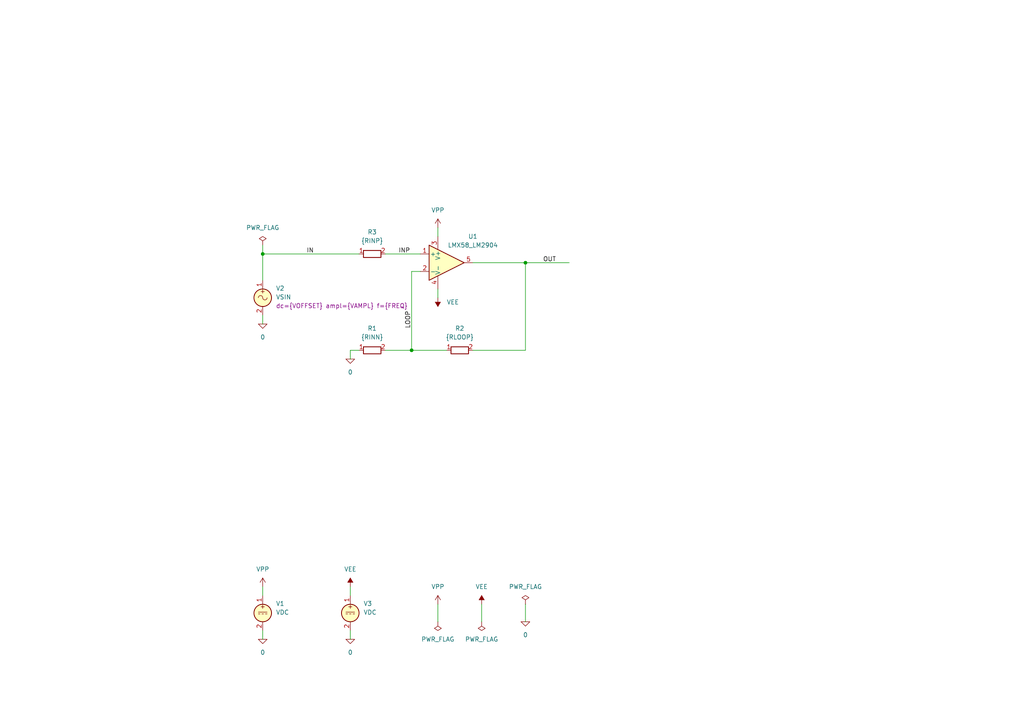
<source format=kicad_sch>
(kicad_sch (version 20211123) (generator eeschema)
  (paper "A4")
  (title_block (title "No-inverting operational amplifier") (date "2023-09-03") (rev "1") (company "astroelectronic@") (comment 1 "-") (comment 2 "-") (comment 3 "-") (comment 4 "AE01010358"))
  (lib_symbols
    (symbol "Device:R" (pin_names (offset 0) hide)
      (property "Reference" "R" (at 2.032 0 90))
      (property "Value" "R" (at 0 0 90))
      (symbol "R_0_1"
        (rectangle (start -1.016 -2.54) (end 1.016 2.54) (stroke (width 0.254)))
      )
      (symbol "R_1_1"
        (pin passive line (at 0 3.81 270) (length 1.27) (name "~") (number "1"))
        (pin passive line (at 0 -3.81 90) (length 1.27) (name "~") (number "2"))
      )
    )
    (symbol "LM358:LMX58_LM2904" (pin_names (offset 0.254))
      (property "Reference" "U" (at 3.81 3.175 0))
      (property "Value" "LMX58_LM2904" (at 3.81 -3.175 0))
      (symbol "LMX58_LM2904_0_1"
        (polyline (pts (xy 5.08 0) (xy -5.08 5.08) (xy -5.08 -5.08) (xy 5.08 0)) (stroke (width 0.254)) (fill (type background)))
      )
      (symbol "LMX58_LM2904_1_1"
        (pin passive line (at -7.62 2.54 0) (length 2.54) (name "+") (number "1"))
        (pin passive line (at -7.62 -2.54 0) (length 2.54) (name "-") (number "2"))
        (pin passive line (at -2.54 7.62 270) (length 3.81) (name "V+") (number "3"))
        (pin passive line (at -2.54 -7.62 90) (length 3.81) (name "V-") (number "4"))
        (pin passive line (at 7.62 0 180) (length 2.54) (name "~") (number "5"))
      )
    )
    (symbol "R_1" (pin_names (offset 0) hide)
      (property "Reference" "R" (at 2.032 0 90))
      (property "Value" "R_1" (at 0 0 90))
      (symbol "R_1_0_1"
        (rectangle (start -1.016 -2.54) (end 1.016 2.54) (stroke (width 0.254)))
      )
      (symbol "R_1_1_1"
        (pin passive line (at 0 3.81 270) (length 1.27) (name "~") (number "1"))
        (pin passive line (at 0 -3.81 90) (length 1.27) (name "~") (number "2"))
      )
    )
    (symbol "Simulation_SPICE:VDC" (pin_names (offset 0.0254) hide)
      (property "Reference" "V" (at 2.54 2.54 0))
      (property "Value" "VDC" (at 2.54 0 0))
      (property "Spice_Model" "dc(1)" (at 2.54 -2.54 0))
      (symbol "VDC_0_0"
        (polyline (pts (xy -1.27 0.254) (xy 1.27 0.254)))
        (polyline (pts (xy -0.762 -0.254) (xy -1.27 -0.254)))
        (polyline (pts (xy 0.254 -0.254) (xy -0.254 -0.254)))
        (polyline (pts (xy 1.27 -0.254) (xy 0.762 -0.254)))
        (text "+" (at 0 1.905 0) (effects (font (size 1.27 1.27))))
      )
      (symbol "VDC_0_1"
        (circle (center 0 0) (radius 2.54) (stroke (width 0.254)) (fill (type background)))
      )
      (symbol "VDC_1_1"
        (pin passive line (at 0 5.08 270) (length 2.54) (name "~") (number "1"))
        (pin passive line (at 0 -5.08 90) (length 2.54) (name "~") (number "2"))
      )
    )
    (symbol "Simulation_SPICE:VSIN" (pin_names (offset 0.0254) hide)
      (property "Reference" "V" (at 2.54 2.54 0))
      (property "Value" "VSIN" (at 2.54 0 0))
      (property "Spice_Model" "sin(0 1 1k)" (at 2.54 -2.54 0))
      (symbol "VSIN_0_0"
        (arc (start 0 0) (mid -0.635 0.635) (end -1.27 0))
        (arc (start 0 0) (mid 0.635 -0.635) (end 1.27 0))
        (text "+" (at 0 1.905 0) (effects (font (size 1.27 1.27))))
      )
      (symbol "VSIN_0_1"
        (circle (center 0 0) (radius 2.54) (stroke (width 0.254)) (fill (type background)))
      )
      (symbol "VSIN_1_1"
        (pin passive line (at 0 5.08 270) (length 2.54) (name "~") (number "1"))
        (pin passive line (at 0 -5.08 90) (length 2.54) (name "~") (number "2"))
      )
    )
    (symbol "VDC_1" (pin_names (offset 0.0254) hide)
      (property "Reference" "V" (at 2.54 2.54 0))
      (property "Value" "VDC_1" (at 2.54 0 0))
      (property "Spice_Model" "dc(1)" (at 2.54 -2.54 0))
      (symbol "VDC_1_0_0"
        (polyline (pts (xy -1.27 0.254) (xy 1.27 0.254)))
        (polyline (pts (xy -0.762 -0.254) (xy -1.27 -0.254)))
        (polyline (pts (xy 0.254 -0.254) (xy -0.254 -0.254)))
        (polyline (pts (xy 1.27 -0.254) (xy 0.762 -0.254)))
        (text "+" (at 0 1.905 0) (effects (font (size 1.27 1.27))))
      )
      (symbol "VDC_1_0_1"
        (circle (center 0 0) (radius 2.54) (stroke (width 0.254)) (fill (type background)))
      )
      (symbol "VDC_1_1_1"
        (pin passive line (at 0 5.08 270) (length 2.54) (name "~") (number "1"))
        (pin passive line (at 0 -5.08 90) (length 2.54) (name "~") (number "2"))
      )
    )
    (symbol "power:PWR_FLAG" (power) (pin_numbers hide) (pin_names (offset 0) hide)
      (property "Value" "PWR_FLAG" (at 0 3.81 0))
      (symbol "PWR_FLAG_0_0"
        (pin power_out line (at 0 0 90) (length 0) (name "pwr") (number "1"))
      )
      (symbol "PWR_FLAG_0_1"
        (polyline (pts (xy 0 0) (xy 0 1.27) (xy -1.016 1.905) (xy 0 2.54) (xy 1.016 1.905) (xy 0 1.27)))
      )
    )
    (symbol "power:VEE" (power) (pin_names (offset 0))
      (property "Value" "VEE" (at 0 3.81 0))
      (symbol "VEE_0_1"
        (polyline (pts (xy 0 0) (xy 0 2.54)))
        (polyline (pts (xy 0.762 1.27) (xy -0.762 1.27) (xy 0 2.54) (xy 0.762 1.27)) (fill (type outline)))
      )
      (symbol "VEE_1_1"
        (pin power_in line (at 0 0 90) (length 0) hide (name "VEE") (number "1"))
      )
    )
    (symbol "power:VPP" (power) (pin_names (offset 0))
      (property "Value" "VPP" (at 0 3.81 0))
      (symbol "VPP_0_1"
        (polyline (pts (xy -0.762 1.27) (xy 0 2.54)))
        (polyline (pts (xy 0 0) (xy 0 2.54)))
        (polyline (pts (xy 0 2.54) (xy 0.762 1.27)))
      )
      (symbol "VPP_1_1"
        (pin power_in line (at 0 0 90) (length 0) hide (name "VPP") (number "1"))
      )
    )
    (symbol "pspice:0" (power) (pin_names (offset 0))
      (property "Value" "0" (at 0 -1.778 0))
      (symbol "0_0_1"
        (polyline (pts (xy -1.27 0) (xy 0 -1.27) (xy 1.27 0) (xy -1.27 0)))
      )
      (symbol "0_1_1"
        (pin power_in line (at 0 0 0) (length 0) hide (name "0") (number "1"))
      )
    )
  )
  (junction (at 76.2 73.66))
  (junction (at 119.38 101.6))
  (junction (at 152.4 76.2))
  (wire (pts (xy 119.38 101.6) (xy 129.54 101.6)))
  (wire (pts (xy 139.7 175.26) (xy 139.7 180.34)))
  (wire (pts (xy 76.2 73.66) (xy 104.14 73.66)))
  (wire (pts (xy 111.76 73.66) (xy 121.92 73.66)))
  (wire (pts (xy 101.6 101.6) (xy 104.14 101.6)))
  (wire (pts (xy 137.16 101.6) (xy 152.4 101.6)))
  (wire (pts (xy 119.38 78.74) (xy 119.38 101.6)))
  (wire (pts (xy 127 66.04) (xy 127 68.58)))
  (wire (pts (xy 101.6 170.18) (xy 101.6 172.72)))
  (wire (pts (xy 76.2 170.18) (xy 76.2 172.72)))
  (wire (pts (xy 121.92 78.74) (xy 119.38 78.74)))
  (wire (pts (xy 101.6 182.88) (xy 101.6 185.42)))
  (wire (pts (xy 127 83.82) (xy 127 86.36)))
  (wire (pts (xy 152.4 76.2) (xy 137.16 76.2)))
  (wire (pts (xy 76.2 71.12) (xy 76.2 73.66)))
  (wire (pts (xy 152.4 175.26) (xy 152.4 180.34)))
  (wire (pts (xy 152.4 76.2) (xy 165.1 76.2)))
  (wire (pts (xy 111.76 101.6) (xy 119.38 101.6)))
  (wire (pts (xy 76.2 91.44) (xy 76.2 93.98)))
  (wire (pts (xy 76.2 182.88) (xy 76.2 185.42)))
  (wire (pts (xy 127 175.26) (xy 127 180.34)))
  (wire (pts (xy 152.4 101.6) (xy 152.4 76.2)))
  (wire (pts (xy 76.2 73.66) (xy 76.2 81.28)))
  (wire (pts (xy 101.6 101.6) (xy 101.6 104.14)))
  (label "LOOP" (at 119.38 95.25 90))
  (label "INP" (at 115.57 73.66 0))
  (label "OUT" (at 157.48 76.2 0))
  (label "IN" (at 88.9 73.66 0))
  (symbol (lib_id "Simulation_SPICE:VDC") (at 101.6 177.8 0) (unit 1)
    (property "Reference" "V3" (at 105.41 175.0701 0) (effects (justify left)))
    (property "Value" "VDC" (at 105.41 177.6101 0) (effects (justify left)))
    (property "Spice_Netlist_Enabled" "Y" (effects hide))
    (property "Spice_Primitive" "V" (effects hide))
    (property "Spice_Model" "{VNEG}" (at 105.41 180.1501 0) (effects (justify left)))
  )
  (symbol (lib_id "power:VPP") (at 76.2 170.18 0) (unit 1)
    (property "Reference" "#PWR01" (effects hide))
    (property "Value" "VPP" (at 76.2 165.1 0))
  )
  (symbol (lib_id "pspice:0") (at 152.4 180.34 0) (unit 1)
    (property "Reference" "#GND05" (effects hide))
    (property "Value" "0" (at 152.4 184.15 0))
  )
  (symbol (lib_id "power:PWR_FLAG") (at 76.2 71.12 0) (unit 1)
    (property "Reference" "#FLG01" (effects hide))
    (property "Value" "PWR_FLAG" (at 76.2 66.04 0))
  )
  (symbol (lib_id "Device:R") (at 133.35 101.6 90) (unit 1)
    (property "Reference" "R2" (at 133.35 95.25 90))
    (property "Value" "{RLOOP}" (at 133.35 97.79 90))
  )
  (symbol (lib_id "Device:R") (at 107.95 73.66 90) (unit 1)
    (property "Reference" "R3" (at 107.95 67.31 90))
    (property "Value" "{RINP}" (at 107.95 69.85 90))
  )
  (symbol (lib_id "power:PWR_FLAG") (at 139.7 180.34 180) (unit 1)
    (property "Reference" "#FLG03" (effects hide))
    (property "Value" "PWR_FLAG" (at 139.7 185.42 0))
  )
  (symbol (lib_id "power:PWR_FLAG") (at 127 180.34 180) (unit 1)
    (property "Reference" "#FLG02" (effects hide))
    (property "Value" "PWR_FLAG" (at 127 185.42 0))
  )
  (symbol (lib_id "power:VEE") (at 139.7 175.26 0) (unit 1)
    (property "Reference" "#PWR06" (effects hide))
    (property "Value" "VEE" (at 139.7 170.18 0))
  )
  (symbol (lib_id "power:PWR_FLAG") (at 152.4 175.26 0) (unit 1)
    (property "Reference" "#FLG04" (effects hide))
    (property "Value" "PWR_FLAG" (at 152.4 170.18 0))
  )
  (symbol (lib_name "VDC_1") (lib_id "Simulation_SPICE:VDC") (at 76.2 177.8 0) (unit 1)
    (property "Reference" "V1" (at 80.01 175.0701 0) (effects (justify left)))
    (property "Value" "VDC" (at 80.01 177.6101 0) (effects (justify left)))
    (property "Spice_Netlist_Enabled" "Y" (effects hide))
    (property "Spice_Primitive" "V" (effects hide))
    (property "Spice_Model" "{VPOS}" (at 80.01 180.1501 0) (effects (justify left)))
  )
  (symbol (lib_id "pspice:0") (at 76.2 185.42 0) (unit 1)
    (property "Reference" "#GND01" (effects hide))
    (property "Value" "0" (at 76.2 189.23 0))
  )
  (symbol (lib_name "R_1") (lib_id "Device:R") (at 107.95 101.6 90) (unit 1)
    (property "Reference" "R1" (at 107.95 95.25 90))
    (property "Value" "{RINN}" (at 107.95 97.79 90))
  )
  (symbol (lib_id "pspice:0") (at 101.6 185.42 0) (unit 1)
    (property "Reference" "#GND03" (effects hide))
    (property "Value" "0" (at 101.6 189.23 0))
  )
  (symbol (lib_id "power:VPP") (at 127 66.04 0) (unit 1)
    (property "Reference" "#PWR03" (effects hide))
    (property "Value" "VPP" (at 127 60.96 0))
  )
  (symbol (lib_id "pspice:0") (at 101.6 104.14 0) (unit 1)
    (property "Reference" "#GND04" (effects hide))
    (property "Value" "0" (at 101.6 107.95 0))
  )
  (symbol (lib_id "pspice:0") (at 76.2 93.98 0) (unit 1)
    (property "Reference" "#GND02" (effects hide))
    (property "Value" "0" (at 76.2 97.79 0))
  )
  (symbol (lib_id "power:VEE") (at 127 86.36 180) (unit 1)
    (property "Reference" "#PWR04" (effects hide))
    (property "Value" "VEE" (at 129.54 87.6299 0) (effects (justify right)))
  )
  (symbol (lib_id "power:VPP") (at 127 175.26 0) (unit 1)
    (property "Reference" "#PWR05" (effects hide))
    (property "Value" "VPP" (at 127 170.18 0))
  )
  (symbol (lib_id "power:VEE") (at 101.6 170.18 0) (unit 1)
    (property "Reference" "#PWR02" (effects hide))
    (property "Value" "VEE" (at 101.6 165.1 0))
  )
  (symbol (lib_id "LM358:LMX58_LM2904") (at 129.54 76.2 0) (unit 1)
    (property "Reference" "U1" (at 137.16 68.58 0))
    (property "Value" "LMX58_LM2904" (at 137.16 71.12 0))
    (property "Spice_Netlist_Enabled" "Y" (effects hide))
    (property "Spice_Primitive" "X" (effects hide))
    (property "Spice_Model" "LMX58_LM2904" (effects hide))
    (property "Spice_Lib_File" "/home/astroelectronica/kicad/projects/LM358/models/lmx58_lm2904.lib" (effects hide))
  )
  (symbol (lib_id "Simulation_SPICE:VSIN") (at 76.2 86.36 0) (unit 1)
    (property "Reference" "V2" (at 80.01 83.6301 0) (effects (justify left)))
    (property "Value" "VSIN" (at 80.01 86.1701 0) (effects (justify left)))
    (property "Spice_Netlist_Enabled" "Y" (effects hide))
    (property "Spice_Primitive" "V" (effects hide))
    (property "Spice_Model" "sin({VOFFSET} {VAMPL} {FREQ})" (at 80.01 88.7101 0) (effects (justify left)))
  )
)
</source>
